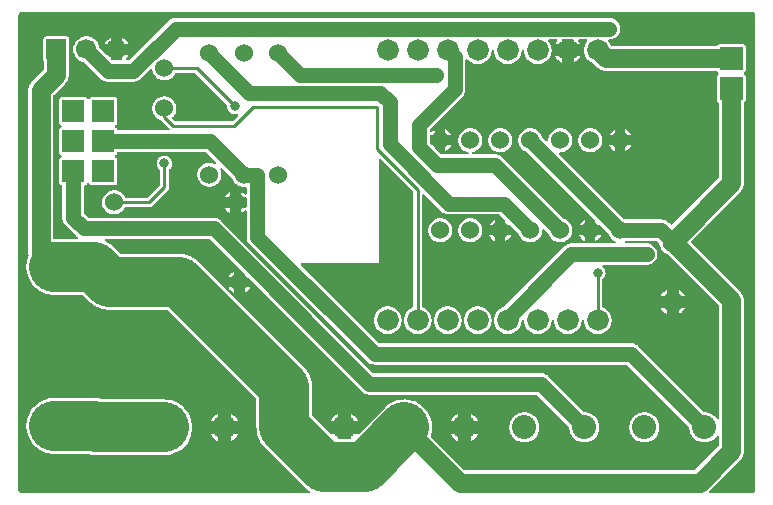
<source format=gtl>
G04 Layer: TopLayer*
G04 EasyEDA v6.5.9, 2022-07-22 15:44:18*
G04 5ff184f8cbf64bab9cd3d91aa24c5a25,4245c91a3b6e4cf7aa995480f5c7e4a3,10*
G04 Gerber Generator version 0.2*
G04 Scale: 100 percent, Rotated: No, Reflected: No *
G04 Dimensions in millimeters *
G04 leading zeros omitted , absolute positions ,4 integer and 5 decimal *
%FSLAX45Y45*%
%MOMM*%

%ADD10C,1.6000*%
%ADD11C,4.2000*%
%ADD12C,1.3000*%
%ADD13C,0.2540*%
%ADD14C,1.5240*%
%ADD15C,1.8288*%
%ADD16C,1.7000*%
%ADD17C,2.0320*%
%ADD18C,1.7780*%
%ADD19R,1.8796X1.8796*%
%ADD20C,1.0000*%
%ADD21C,0.7000*%
%ADD22C,0.8000*%
%ADD23C,2.0000*%
%ADD24C,0.0146*%

%LPD*%
G36*
X3414217Y12413081D02*
G01*
X3410407Y12414758D01*
X3407562Y12417806D01*
X3406241Y12421717D01*
X3404565Y12434976D01*
X3400907Y12449251D01*
X3395472Y12462916D01*
X3388360Y12475870D01*
X3379724Y12487757D01*
X3369614Y12498527D01*
X3358286Y12507925D01*
X3345840Y12515799D01*
X3333750Y12521488D01*
X3330651Y12523724D01*
X3328619Y12526924D01*
X3327908Y12530683D01*
X3327908Y13470940D01*
X3328670Y13474852D01*
X3330905Y13478154D01*
X3334156Y13480338D01*
X3338068Y13481100D01*
X3341979Y13480338D01*
X3345230Y13478154D01*
X3486708Y13336676D01*
X3493922Y13330174D01*
X3496106Y13328446D01*
X3504082Y13323011D01*
X3515106Y13317321D01*
X3526840Y13313206D01*
X3529482Y13312495D01*
X3541725Y13310362D01*
X3551428Y13309904D01*
X3973322Y13309904D01*
X3977233Y13309092D01*
X3980535Y13306907D01*
X4028287Y13259104D01*
X4030472Y13255802D01*
X4031234Y13251891D01*
X4031234Y13219430D01*
X4063695Y13219430D01*
X4067556Y13218668D01*
X4070858Y13216432D01*
X4142333Y13144906D01*
X4144772Y13141045D01*
X4146804Y13135101D01*
X4152950Y13122960D01*
X4160672Y13111734D01*
X4169816Y13101574D01*
X4180230Y13092785D01*
X4191711Y13085470D01*
X4204106Y13079730D01*
X4217111Y13075665D01*
X4230573Y13073430D01*
X4244187Y13072973D01*
X4257802Y13074294D01*
X4271060Y13077494D01*
X4283760Y13082371D01*
X4295749Y13088924D01*
X4306722Y13097002D01*
X4316526Y13106501D01*
X4324959Y13117220D01*
X4331919Y13128955D01*
X4337253Y13141502D01*
X4340860Y13154660D01*
X4342638Y13168172D01*
X4342638Y13174014D01*
X4343450Y13177926D01*
X4345635Y13181177D01*
X4348937Y13183412D01*
X4352798Y13184174D01*
X4356709Y13183412D01*
X4360011Y13181177D01*
X4396384Y13144855D01*
X4398772Y13140994D01*
X4400804Y13135101D01*
X4406950Y13122960D01*
X4414672Y13111734D01*
X4423816Y13101574D01*
X4434230Y13092785D01*
X4445711Y13085470D01*
X4458106Y13079730D01*
X4471111Y13075665D01*
X4484573Y13073430D01*
X4498187Y13072973D01*
X4511802Y13074294D01*
X4525060Y13077494D01*
X4537760Y13082371D01*
X4549749Y13088924D01*
X4560722Y13097002D01*
X4570526Y13106501D01*
X4578959Y13117220D01*
X4585919Y13128955D01*
X4591253Y13141502D01*
X4594860Y13154660D01*
X4596638Y13168172D01*
X4596638Y13181787D01*
X4594860Y13195300D01*
X4591253Y13208457D01*
X4585919Y13221004D01*
X4578959Y13232739D01*
X4570526Y13243458D01*
X4560722Y13252957D01*
X4549749Y13261035D01*
X4537760Y13267588D01*
X4528362Y13271195D01*
X4524806Y13273481D01*
X4008323Y13790015D01*
X4001109Y13796518D01*
X3998925Y13798245D01*
X3990949Y13803680D01*
X3979926Y13809370D01*
X3968191Y13813485D01*
X3965549Y13814196D01*
X3953306Y13816330D01*
X3943604Y13816838D01*
X3754374Y13816838D01*
X3750310Y13817701D01*
X3746906Y13820140D01*
X3744772Y13823746D01*
X3744264Y13827912D01*
X3745534Y13831874D01*
X3748278Y13835075D01*
X3752037Y13836853D01*
X3763060Y13839494D01*
X3775760Y13844371D01*
X3787749Y13850924D01*
X3798722Y13859001D01*
X3808526Y13868501D01*
X3816959Y13879220D01*
X3823919Y13890955D01*
X3829253Y13903502D01*
X3832860Y13916660D01*
X3834637Y13930172D01*
X3834637Y13943787D01*
X3832860Y13957300D01*
X3829253Y13970457D01*
X3823919Y13983004D01*
X3816959Y13994739D01*
X3808526Y14005458D01*
X3798722Y14014957D01*
X3787749Y14023035D01*
X3775760Y14029588D01*
X3763060Y14034465D01*
X3749801Y14037665D01*
X3736187Y14038986D01*
X3722573Y14038529D01*
X3709111Y14036294D01*
X3696106Y14032230D01*
X3683711Y14026489D01*
X3672230Y14019174D01*
X3661816Y14010386D01*
X3652672Y14000226D01*
X3644950Y13988999D01*
X3638804Y13976857D01*
X3634333Y13963954D01*
X3631641Y13950594D01*
X3630726Y13936980D01*
X3631641Y13923365D01*
X3634333Y13910005D01*
X3638804Y13897101D01*
X3644950Y13884960D01*
X3652672Y13873734D01*
X3661816Y13863574D01*
X3672230Y13854785D01*
X3683711Y13847470D01*
X3696106Y13841730D01*
X3709111Y13837666D01*
X3713175Y13837005D01*
X3717137Y13835380D01*
X3720134Y13832332D01*
X3721557Y13828268D01*
X3721201Y13824000D01*
X3719118Y13820292D01*
X3715664Y13817701D01*
X3711498Y13816838D01*
X3491179Y13816838D01*
X3487318Y13817600D01*
X3484016Y13819784D01*
X3437331Y13866469D01*
X3435096Y13869771D01*
X3434334Y13873632D01*
X3434334Y13892530D01*
X3415487Y13892530D01*
X3411575Y13893292D01*
X3408273Y13895527D01*
X3392576Y13911224D01*
X3390392Y13914526D01*
X3389629Y13918387D01*
X3389629Y13971269D01*
X3390392Y13975181D01*
X3392576Y13978432D01*
X3395878Y13980668D01*
X3399790Y13981430D01*
X3434334Y13981430D01*
X3434334Y14028623D01*
X3429711Y14026489D01*
X3418230Y14019174D01*
X3404057Y14007388D01*
X3400094Y14006423D01*
X3396132Y14007134D01*
X3392678Y14009268D01*
X3390392Y14012621D01*
X3389629Y14016583D01*
X3389629Y14023390D01*
X3390392Y14027251D01*
X3392576Y14030553D01*
X3664559Y14302536D01*
X3671062Y14309750D01*
X3672789Y14311934D01*
X3678224Y14319910D01*
X3683914Y14330934D01*
X3688029Y14342668D01*
X3688740Y14345310D01*
X3690874Y14357553D01*
X3691382Y14367256D01*
X3691382Y14615058D01*
X3692144Y14619020D01*
X3694429Y14622322D01*
X3697782Y14624507D01*
X3701745Y14625218D01*
X3705656Y14624354D01*
X3708908Y14622018D01*
X3716985Y14613432D01*
X3728313Y14604034D01*
X3740759Y14596160D01*
X3754120Y14589912D01*
X3768140Y14585340D01*
X3782618Y14582597D01*
X3797300Y14581632D01*
X3811981Y14582597D01*
X3826459Y14585340D01*
X3840479Y14589912D01*
X3853840Y14596160D01*
X3866286Y14604034D01*
X3877614Y14613432D01*
X3887724Y14624202D01*
X3896360Y14636089D01*
X3903472Y14649043D01*
X3908907Y14662708D01*
X3912565Y14676983D01*
X3914241Y14690242D01*
X3915562Y14694154D01*
X3918407Y14697201D01*
X3922217Y14698878D01*
X3926382Y14698878D01*
X3930192Y14697201D01*
X3933037Y14694154D01*
X3934358Y14690242D01*
X3936034Y14676983D01*
X3939692Y14662708D01*
X3945128Y14649043D01*
X3952240Y14636089D01*
X3960876Y14624202D01*
X3970985Y14613432D01*
X3982313Y14604034D01*
X3994759Y14596160D01*
X4008120Y14589912D01*
X4022140Y14585340D01*
X4036618Y14582597D01*
X4051300Y14581632D01*
X4065981Y14582597D01*
X4080459Y14585340D01*
X4094479Y14589912D01*
X4107840Y14596160D01*
X4120286Y14604034D01*
X4131614Y14613432D01*
X4141724Y14624202D01*
X4150360Y14636089D01*
X4157472Y14649043D01*
X4162907Y14662708D01*
X4166565Y14676983D01*
X4168241Y14690242D01*
X4169562Y14694154D01*
X4172407Y14697201D01*
X4176217Y14698878D01*
X4180382Y14698878D01*
X4184192Y14697201D01*
X4187037Y14694154D01*
X4188358Y14690242D01*
X4190034Y14676983D01*
X4193692Y14662708D01*
X4199128Y14649043D01*
X4206240Y14636089D01*
X4214876Y14624202D01*
X4224985Y14613432D01*
X4236313Y14604034D01*
X4248759Y14596160D01*
X4262120Y14589912D01*
X4276140Y14585340D01*
X4290618Y14582597D01*
X4305300Y14581632D01*
X4319981Y14582597D01*
X4334459Y14585340D01*
X4348480Y14589912D01*
X4361840Y14596160D01*
X4374286Y14604034D01*
X4385614Y14613432D01*
X4395724Y14624202D01*
X4404360Y14636089D01*
X4411472Y14649043D01*
X4416907Y14662708D01*
X4420565Y14676983D01*
X4422394Y14691613D01*
X4422394Y14706346D01*
X4420565Y14720976D01*
X4416907Y14735251D01*
X4411472Y14748916D01*
X4404360Y14761870D01*
X4395622Y14773859D01*
X4393539Y14777161D01*
X4392879Y14781022D01*
X4393742Y14784832D01*
X4395927Y14788032D01*
X4399229Y14790216D01*
X4403039Y14790928D01*
X4461560Y14790928D01*
X4465370Y14790216D01*
X4468672Y14788032D01*
X4470857Y14784832D01*
X4471720Y14781022D01*
X4471060Y14777161D01*
X4468876Y14773757D01*
X4460240Y14761870D01*
X4454296Y14751050D01*
X4507230Y14751050D01*
X4507230Y14780768D01*
X4507992Y14784679D01*
X4510227Y14787981D01*
X4513478Y14790166D01*
X4517390Y14790928D01*
X4601210Y14790928D01*
X4605121Y14790166D01*
X4608372Y14787981D01*
X4610608Y14784679D01*
X4611370Y14780768D01*
X4611370Y14751050D01*
X4664303Y14751050D01*
X4658360Y14761870D01*
X4649622Y14773859D01*
X4647539Y14777161D01*
X4646879Y14781022D01*
X4647742Y14784832D01*
X4649927Y14788032D01*
X4653229Y14790216D01*
X4657039Y14790928D01*
X4715560Y14790928D01*
X4719370Y14790216D01*
X4722672Y14788032D01*
X4724857Y14784832D01*
X4725720Y14781022D01*
X4725060Y14777161D01*
X4722876Y14773757D01*
X4714240Y14761870D01*
X4707128Y14748916D01*
X4701692Y14735251D01*
X4698034Y14720976D01*
X4696206Y14706346D01*
X4696206Y14691613D01*
X4698034Y14676983D01*
X4701692Y14662708D01*
X4707128Y14649043D01*
X4714240Y14636089D01*
X4722876Y14624202D01*
X4732985Y14613432D01*
X4744313Y14604034D01*
X4756759Y14596160D01*
X4770120Y14589912D01*
X4773676Y14588439D01*
X4775555Y14586966D01*
X4806746Y14555724D01*
X4817414Y14546376D01*
X4828946Y14538706D01*
X4841341Y14532559D01*
X4854498Y14528139D01*
X4868062Y14525396D01*
X4882235Y14524482D01*
X5817057Y14524482D01*
X5820410Y14523923D01*
X5823356Y14522297D01*
X5825642Y14519757D01*
X5826861Y14517776D01*
X5830976Y14513661D01*
X5833618Y14511985D01*
X5836564Y14509191D01*
X5838190Y14505432D01*
X5838190Y14501368D01*
X5836564Y14497608D01*
X5833618Y14494814D01*
X5830976Y14493138D01*
X5826861Y14489023D01*
X5823813Y14484146D01*
X5821883Y14478660D01*
X5821172Y14472361D01*
X5821172Y14280438D01*
X5821883Y14274139D01*
X5823813Y14268653D01*
X5826861Y14263776D01*
X5830976Y14259661D01*
X5832957Y14258442D01*
X5835497Y14256156D01*
X5837123Y14253210D01*
X5837682Y14249857D01*
X5837682Y13621816D01*
X5836920Y13617956D01*
X5834735Y13614654D01*
X5444896Y13224814D01*
X5441594Y13222630D01*
X5437682Y13221817D01*
X5433822Y13222630D01*
X5430520Y13224814D01*
X5416245Y13239089D01*
X5409031Y13245592D01*
X5406847Y13247319D01*
X5398871Y13252754D01*
X5387848Y13258444D01*
X5376113Y13262559D01*
X5373471Y13263270D01*
X5361228Y13265404D01*
X5351526Y13265912D01*
X5051450Y13265912D01*
X5048961Y13266216D01*
X5036362Y13271195D01*
X5032806Y13273481D01*
X4488637Y13817701D01*
X4486402Y13821054D01*
X4485690Y13824966D01*
X4486503Y13828928D01*
X4488789Y13832230D01*
X4492193Y13834363D01*
X4496155Y13835024D01*
X4498187Y13834973D01*
X4511802Y13836294D01*
X4525060Y13839494D01*
X4537760Y13844371D01*
X4549749Y13850924D01*
X4560722Y13859001D01*
X4570526Y13868501D01*
X4578959Y13879220D01*
X4585919Y13890955D01*
X4591253Y13903502D01*
X4594860Y13916660D01*
X4596638Y13930172D01*
X4596638Y13943787D01*
X4594860Y13957300D01*
X4591253Y13970457D01*
X4585919Y13983004D01*
X4578959Y13994739D01*
X4570526Y14005458D01*
X4560722Y14014957D01*
X4549749Y14023035D01*
X4537760Y14029588D01*
X4525060Y14034465D01*
X4511802Y14037665D01*
X4498187Y14038986D01*
X4484573Y14038529D01*
X4471111Y14036294D01*
X4458106Y14032230D01*
X4445711Y14026489D01*
X4434230Y14019174D01*
X4423816Y14010386D01*
X4414672Y14000226D01*
X4406950Y13988999D01*
X4400804Y13976857D01*
X4396333Y13963954D01*
X4393641Y13950594D01*
X4392726Y13937437D01*
X4391761Y13933678D01*
X4389475Y13930579D01*
X4386173Y13928598D01*
X4382363Y13927937D01*
X4378604Y13928750D01*
X4375404Y13930884D01*
X4339640Y13966698D01*
X4337456Y13969898D01*
X4331919Y13983004D01*
X4324959Y13994739D01*
X4316526Y14005458D01*
X4306722Y14014957D01*
X4295749Y14023035D01*
X4283760Y14029588D01*
X4271060Y14034465D01*
X4257802Y14037665D01*
X4244187Y14038986D01*
X4230573Y14038529D01*
X4217111Y14036294D01*
X4204106Y14032230D01*
X4191711Y14026489D01*
X4180230Y14019174D01*
X4169816Y14010386D01*
X4160672Y14000226D01*
X4152950Y13988999D01*
X4146804Y13976857D01*
X4142333Y13963954D01*
X4139641Y13950594D01*
X4138726Y13936980D01*
X4139641Y13923365D01*
X4142333Y13910005D01*
X4146804Y13897101D01*
X4152950Y13884960D01*
X4160672Y13873734D01*
X4169816Y13863574D01*
X4180230Y13854785D01*
X4191711Y13847470D01*
X4204106Y13841730D01*
X4208830Y13839951D01*
X4210761Y13838428D01*
X4790287Y13258952D01*
X4792472Y13255650D01*
X4793234Y13251738D01*
X4793234Y13219430D01*
X4825542Y13219430D01*
X4829454Y13218668D01*
X4832756Y13216432D01*
X4904384Y13144855D01*
X4906772Y13140994D01*
X4908804Y13135101D01*
X4914950Y13122960D01*
X4922672Y13111734D01*
X4931816Y13101574D01*
X4942230Y13092785D01*
X4953711Y13085470D01*
X4958842Y13083082D01*
X4962042Y13080796D01*
X4964074Y13077494D01*
X4964734Y13073634D01*
X4963871Y13069824D01*
X4961686Y13066572D01*
X4958435Y13064439D01*
X4954574Y13063728D01*
X4797348Y13063728D01*
X4793030Y13064693D01*
X4790287Y13066674D01*
X4786985Y13064490D01*
X4783074Y13063728D01*
X4714494Y13063728D01*
X4710633Y13064490D01*
X4707585Y13066521D01*
X4704435Y13064439D01*
X4700574Y13063728D01*
X4588510Y13063728D01*
X4578807Y13063219D01*
X4566564Y13061086D01*
X4563922Y13060375D01*
X4552188Y13056260D01*
X4541164Y13050570D01*
X4533188Y13045135D01*
X4531004Y13043408D01*
X4523790Y13036905D01*
X4010964Y12524079D01*
X4008120Y12522098D01*
X3994759Y12515799D01*
X3982313Y12507925D01*
X3970985Y12498527D01*
X3960876Y12487757D01*
X3952240Y12475870D01*
X3945128Y12462916D01*
X3939692Y12449251D01*
X3936034Y12434976D01*
X3934358Y12421717D01*
X3933037Y12417806D01*
X3930192Y12414758D01*
X3926382Y12413081D01*
X3922217Y12413081D01*
X3918407Y12414758D01*
X3915562Y12417806D01*
X3914241Y12421717D01*
X3912565Y12434976D01*
X3908907Y12449251D01*
X3903472Y12462916D01*
X3896360Y12475870D01*
X3887724Y12487757D01*
X3877614Y12498527D01*
X3866286Y12507925D01*
X3853840Y12515799D01*
X3840479Y12522047D01*
X3826459Y12526619D01*
X3811981Y12529362D01*
X3797300Y12530328D01*
X3782618Y12529362D01*
X3768140Y12526619D01*
X3754120Y12522047D01*
X3740759Y12515799D01*
X3728313Y12507925D01*
X3716985Y12498527D01*
X3706876Y12487757D01*
X3698240Y12475870D01*
X3691128Y12462916D01*
X3685692Y12449251D01*
X3682034Y12434976D01*
X3680358Y12421717D01*
X3679037Y12417806D01*
X3676192Y12414758D01*
X3672382Y12413081D01*
X3668217Y12413081D01*
X3664407Y12414758D01*
X3661562Y12417806D01*
X3660241Y12421717D01*
X3658565Y12434976D01*
X3654907Y12449251D01*
X3649472Y12462916D01*
X3642360Y12475870D01*
X3633724Y12487757D01*
X3623614Y12498527D01*
X3612286Y12507925D01*
X3599840Y12515799D01*
X3586479Y12522047D01*
X3572459Y12526619D01*
X3557981Y12529362D01*
X3543300Y12530328D01*
X3528618Y12529362D01*
X3514140Y12526619D01*
X3500120Y12522047D01*
X3486759Y12515799D01*
X3474313Y12507925D01*
X3462985Y12498527D01*
X3452876Y12487757D01*
X3444240Y12475870D01*
X3437128Y12462916D01*
X3431692Y12449251D01*
X3428034Y12434976D01*
X3426358Y12421717D01*
X3425037Y12417806D01*
X3422192Y12414758D01*
X3418382Y12413081D01*
G37*

%LPC*%
G36*
X4657140Y13219430D02*
G01*
X4704334Y13219430D01*
X4704334Y13266623D01*
X4699711Y13264489D01*
X4688230Y13257174D01*
X4677816Y13248386D01*
X4668672Y13238226D01*
X4660950Y13226999D01*
G37*
G36*
X3990187Y13834973D02*
G01*
X4003801Y13836294D01*
X4017060Y13839494D01*
X4029760Y13844371D01*
X4041749Y13850924D01*
X4052722Y13859001D01*
X4062526Y13868501D01*
X4070959Y13879220D01*
X4077919Y13890955D01*
X4083253Y13903502D01*
X4086860Y13916660D01*
X4088637Y13930172D01*
X4088637Y13943787D01*
X4086860Y13957300D01*
X4083253Y13970457D01*
X4077919Y13983004D01*
X4070959Y13994739D01*
X4062526Y14005458D01*
X4052722Y14014957D01*
X4041749Y14023035D01*
X4029760Y14029588D01*
X4017060Y14034465D01*
X4003801Y14037665D01*
X3990187Y14038986D01*
X3976573Y14038529D01*
X3963111Y14036294D01*
X3950106Y14032230D01*
X3937711Y14026489D01*
X3926230Y14019174D01*
X3915816Y14010386D01*
X3906672Y14000226D01*
X3898950Y13988999D01*
X3892804Y13976857D01*
X3888333Y13963954D01*
X3885641Y13950594D01*
X3884726Y13936980D01*
X3885641Y13923365D01*
X3888333Y13910005D01*
X3892804Y13897101D01*
X3898950Y13884960D01*
X3906672Y13873734D01*
X3915816Y13863574D01*
X3926230Y13854785D01*
X3937711Y13847470D01*
X3950106Y13841730D01*
X3963111Y13837666D01*
X3976573Y13835430D01*
G37*
G36*
X4611370Y14594078D02*
G01*
X4615840Y14596160D01*
X4628286Y14604034D01*
X4639614Y14613432D01*
X4649724Y14624202D01*
X4658360Y14636089D01*
X4664303Y14646910D01*
X4611370Y14646910D01*
G37*
G36*
X4507230Y14594078D02*
G01*
X4507230Y14646910D01*
X4454296Y14646910D01*
X4460240Y14636089D01*
X4468876Y14624202D01*
X4478985Y14613432D01*
X4490313Y14604034D01*
X4502759Y14596160D01*
G37*
G36*
X5047234Y13981430D02*
G01*
X5094579Y13981430D01*
X5093919Y13983004D01*
X5086959Y13994739D01*
X5078526Y14005458D01*
X5068722Y14014957D01*
X5057749Y14023035D01*
X5047234Y14028775D01*
G37*
G36*
X3523234Y13981430D02*
G01*
X3570579Y13981430D01*
X3569919Y13983004D01*
X3562959Y13994739D01*
X3554526Y14005458D01*
X3544722Y14014957D01*
X3533749Y14023035D01*
X3523234Y14028775D01*
G37*
G36*
X4911140Y13981430D02*
G01*
X4958334Y13981430D01*
X4958334Y14028623D01*
X4953711Y14026489D01*
X4942230Y14019174D01*
X4931816Y14010386D01*
X4922672Y14000226D01*
X4914950Y13988999D01*
G37*
G36*
X4958334Y13845336D02*
G01*
X4958334Y13892530D01*
X4911140Y13892530D01*
X4914950Y13884960D01*
X4922672Y13873734D01*
X4931816Y13863574D01*
X4942230Y13854785D01*
X4953711Y13847470D01*
G37*
G36*
X3523234Y13845184D02*
G01*
X3533749Y13850924D01*
X3544722Y13859001D01*
X3554526Y13868501D01*
X3562959Y13879220D01*
X3569919Y13890955D01*
X3570579Y13892530D01*
X3523234Y13892530D01*
G37*
G36*
X5047234Y13845184D02*
G01*
X5057749Y13850924D01*
X5068722Y13859001D01*
X5078526Y13868501D01*
X5086959Y13879220D01*
X5093919Y13890955D01*
X5094579Y13892530D01*
X5047234Y13892530D01*
G37*
G36*
X4752187Y13834973D02*
G01*
X4765802Y13836294D01*
X4779060Y13839494D01*
X4791760Y13844371D01*
X4803749Y13850924D01*
X4814722Y13859001D01*
X4824526Y13868501D01*
X4832959Y13879220D01*
X4839919Y13890955D01*
X4845253Y13903502D01*
X4848860Y13916660D01*
X4850638Y13930172D01*
X4850638Y13943787D01*
X4848860Y13957300D01*
X4845253Y13970457D01*
X4839919Y13983004D01*
X4832959Y13994739D01*
X4824526Y14005458D01*
X4814722Y14014957D01*
X4803749Y14023035D01*
X4791760Y14029588D01*
X4779060Y14034465D01*
X4765802Y14037665D01*
X4752187Y14038986D01*
X4738573Y14038529D01*
X4725111Y14036294D01*
X4712106Y14032230D01*
X4699711Y14026489D01*
X4688230Y14019174D01*
X4677816Y14010386D01*
X4668672Y14000226D01*
X4660950Y13988999D01*
X4654804Y13976857D01*
X4650333Y13963954D01*
X4647641Y13950594D01*
X4646726Y13936980D01*
X4647641Y13923365D01*
X4650333Y13910005D01*
X4654804Y13897101D01*
X4660950Y13884960D01*
X4668672Y13873734D01*
X4677816Y13863574D01*
X4688230Y13854785D01*
X4699711Y13847470D01*
X4712106Y13841730D01*
X4725111Y13837666D01*
X4738573Y13835430D01*
G37*
G36*
X4031234Y13083184D02*
G01*
X4041749Y13088924D01*
X4052722Y13097002D01*
X4062526Y13106501D01*
X4070959Y13117220D01*
X4077919Y13128955D01*
X4078579Y13130530D01*
X4031234Y13130530D01*
G37*
G36*
X3736187Y13072973D02*
G01*
X3749801Y13074294D01*
X3763060Y13077494D01*
X3775760Y13082371D01*
X3787749Y13088924D01*
X3798722Y13097002D01*
X3808526Y13106501D01*
X3816959Y13117220D01*
X3823919Y13128955D01*
X3829253Y13141502D01*
X3832860Y13154660D01*
X3834637Y13168172D01*
X3834637Y13181787D01*
X3832860Y13195300D01*
X3829253Y13208457D01*
X3823919Y13221004D01*
X3816959Y13232739D01*
X3808526Y13243458D01*
X3798722Y13252957D01*
X3787749Y13261035D01*
X3775760Y13267588D01*
X3763060Y13272465D01*
X3749801Y13275665D01*
X3736187Y13276986D01*
X3722573Y13276529D01*
X3709111Y13274294D01*
X3696106Y13270230D01*
X3683711Y13264489D01*
X3672230Y13257174D01*
X3661816Y13248386D01*
X3652672Y13238226D01*
X3644950Y13226999D01*
X3638804Y13214857D01*
X3634333Y13201954D01*
X3631641Y13188594D01*
X3630726Y13174980D01*
X3631641Y13161365D01*
X3634333Y13148005D01*
X3638804Y13135101D01*
X3644950Y13122960D01*
X3652672Y13111734D01*
X3661816Y13101574D01*
X3672230Y13092785D01*
X3683711Y13085470D01*
X3696106Y13079730D01*
X3709111Y13075665D01*
X3722573Y13073430D01*
G37*
G36*
X3482187Y13072973D02*
G01*
X3495801Y13074294D01*
X3509060Y13077494D01*
X3521760Y13082371D01*
X3533749Y13088924D01*
X3544722Y13097002D01*
X3554526Y13106501D01*
X3562959Y13117220D01*
X3569919Y13128955D01*
X3575253Y13141502D01*
X3578860Y13154660D01*
X3580637Y13168172D01*
X3580637Y13181787D01*
X3578860Y13195300D01*
X3575253Y13208457D01*
X3569919Y13221004D01*
X3562959Y13232739D01*
X3554526Y13243458D01*
X3544722Y13252957D01*
X3533749Y13261035D01*
X3521760Y13267588D01*
X3509060Y13272465D01*
X3495801Y13275665D01*
X3482187Y13276986D01*
X3468573Y13276529D01*
X3455111Y13274294D01*
X3442106Y13270230D01*
X3429711Y13264489D01*
X3418230Y13257174D01*
X3407816Y13248386D01*
X3398672Y13238226D01*
X3390950Y13226999D01*
X3384804Y13214857D01*
X3380333Y13201954D01*
X3377641Y13188594D01*
X3376726Y13174980D01*
X3377641Y13161365D01*
X3380333Y13148005D01*
X3384804Y13135101D01*
X3390950Y13122960D01*
X3398672Y13111734D01*
X3407816Y13101574D01*
X3418230Y13092785D01*
X3429711Y13085470D01*
X3442106Y13079730D01*
X3455111Y13075665D01*
X3468573Y13073430D01*
G37*
G36*
X3895140Y13219430D02*
G01*
X3942334Y13219430D01*
X3942334Y13266623D01*
X3937711Y13264489D01*
X3926230Y13257174D01*
X3915816Y13248386D01*
X3906672Y13238226D01*
X3898950Y13226999D01*
G37*
G36*
X3942334Y13083336D02*
G01*
X3942334Y13130530D01*
X3895140Y13130530D01*
X3898950Y13122960D01*
X3906672Y13111734D01*
X3915816Y13101574D01*
X3926230Y13092785D01*
X3937711Y13085470D01*
G37*
G36*
X4793234Y13083184D02*
G01*
X4803749Y13088924D01*
X4814722Y13097002D01*
X4824526Y13106501D01*
X4832959Y13117220D01*
X4839919Y13128955D01*
X4840579Y13130530D01*
X4793234Y13130530D01*
G37*
G36*
X4704334Y13083336D02*
G01*
X4704334Y13130530D01*
X4657140Y13130530D01*
X4660950Y13122960D01*
X4668672Y13111734D01*
X4677816Y13101574D01*
X4688230Y13092785D01*
X4699711Y13085470D01*
G37*

%LPD*%
G36*
X5826709Y11575237D02*
G01*
X5822696Y11576456D01*
X5819546Y11579098D01*
X5810402Y11590731D01*
X5799531Y11601602D01*
X5787440Y11611102D01*
X5774232Y11619077D01*
X5760212Y11625427D01*
X5745530Y11629999D01*
X5730392Y11632742D01*
X5719978Y11633403D01*
X5716422Y11634266D01*
X5713425Y11636349D01*
X5157165Y12192609D01*
X5149951Y12199112D01*
X5147767Y12200839D01*
X5139791Y12206274D01*
X5128768Y12211964D01*
X5117033Y12216079D01*
X5114391Y12216790D01*
X5102148Y12218924D01*
X5092446Y12219432D01*
X2964637Y12219432D01*
X2960776Y12220194D01*
X2957474Y12222378D01*
X2299309Y12880543D01*
X2297125Y12883794D01*
X2296363Y12887706D01*
X2297125Y12891617D01*
X2299309Y12894868D01*
X2302611Y12897104D01*
X2306523Y12897866D01*
X2958084Y12897866D01*
X2959100Y12898882D01*
X2959100Y13767663D01*
X2959862Y13771575D01*
X2962097Y13774877D01*
X2965348Y13777061D01*
X2969260Y13777823D01*
X2973171Y13777061D01*
X2976422Y13774877D01*
X3247694Y13503605D01*
X3249930Y13500303D01*
X3250692Y13496391D01*
X3250692Y12530683D01*
X3249980Y12526924D01*
X3247948Y12523724D01*
X3244850Y12521488D01*
X3232759Y12515799D01*
X3220313Y12507925D01*
X3208985Y12498527D01*
X3198876Y12487757D01*
X3190240Y12475870D01*
X3183128Y12462916D01*
X3177692Y12449251D01*
X3174034Y12434976D01*
X3172358Y12421717D01*
X3171037Y12417806D01*
X3168192Y12414758D01*
X3164382Y12413081D01*
X3160217Y12413081D01*
X3156407Y12414758D01*
X3153562Y12417806D01*
X3152241Y12421717D01*
X3150565Y12434976D01*
X3146907Y12449251D01*
X3141472Y12462916D01*
X3134360Y12475870D01*
X3125724Y12487757D01*
X3115614Y12498527D01*
X3104286Y12507925D01*
X3091840Y12515799D01*
X3078480Y12522047D01*
X3064459Y12526619D01*
X3049981Y12529362D01*
X3035300Y12530328D01*
X3020618Y12529362D01*
X3006140Y12526619D01*
X2992120Y12522047D01*
X2978759Y12515799D01*
X2966313Y12507925D01*
X2954985Y12498527D01*
X2944876Y12487757D01*
X2936240Y12475870D01*
X2929128Y12462916D01*
X2923692Y12449251D01*
X2920034Y12434976D01*
X2918206Y12420346D01*
X2918206Y12405614D01*
X2920034Y12390983D01*
X2923692Y12376708D01*
X2929128Y12363043D01*
X2936240Y12350089D01*
X2944876Y12338202D01*
X2954985Y12327432D01*
X2966313Y12318034D01*
X2978759Y12310160D01*
X2992120Y12303912D01*
X3006140Y12299340D01*
X3020618Y12296597D01*
X3035300Y12295632D01*
X3049981Y12296597D01*
X3064459Y12299340D01*
X3078480Y12303912D01*
X3091840Y12310160D01*
X3104286Y12318034D01*
X3115614Y12327432D01*
X3125724Y12338202D01*
X3134360Y12350089D01*
X3141472Y12363043D01*
X3146907Y12376708D01*
X3150565Y12390983D01*
X3152241Y12404242D01*
X3153562Y12408154D01*
X3156407Y12411202D01*
X3160217Y12412878D01*
X3164382Y12412878D01*
X3168192Y12411202D01*
X3171037Y12408154D01*
X3172358Y12404242D01*
X3174034Y12390983D01*
X3177692Y12376708D01*
X3183128Y12363043D01*
X3190240Y12350089D01*
X3198876Y12338202D01*
X3208985Y12327432D01*
X3220313Y12318034D01*
X3232759Y12310160D01*
X3246120Y12303912D01*
X3260140Y12299340D01*
X3274618Y12296597D01*
X3289300Y12295632D01*
X3303981Y12296597D01*
X3318459Y12299340D01*
X3332479Y12303912D01*
X3345840Y12310160D01*
X3358286Y12318034D01*
X3369614Y12327432D01*
X3379724Y12338202D01*
X3388360Y12350089D01*
X3395472Y12363043D01*
X3400907Y12376708D01*
X3404565Y12390983D01*
X3406241Y12404242D01*
X3407562Y12408154D01*
X3410407Y12411202D01*
X3414217Y12412878D01*
X3418382Y12412878D01*
X3422192Y12411202D01*
X3425037Y12408154D01*
X3426358Y12404242D01*
X3428034Y12390983D01*
X3431692Y12376708D01*
X3437128Y12363043D01*
X3444240Y12350089D01*
X3452876Y12338202D01*
X3462985Y12327432D01*
X3474313Y12318034D01*
X3486759Y12310160D01*
X3500120Y12303912D01*
X3514140Y12299340D01*
X3528618Y12296597D01*
X3543300Y12295632D01*
X3557981Y12296597D01*
X3572459Y12299340D01*
X3586479Y12303912D01*
X3599840Y12310160D01*
X3612286Y12318034D01*
X3623614Y12327432D01*
X3633724Y12338202D01*
X3642360Y12350089D01*
X3649472Y12363043D01*
X3654907Y12376708D01*
X3658565Y12390983D01*
X3660241Y12404242D01*
X3661562Y12408154D01*
X3664407Y12411202D01*
X3668217Y12412878D01*
X3672382Y12412878D01*
X3676192Y12411202D01*
X3679037Y12408154D01*
X3680358Y12404242D01*
X3682034Y12390983D01*
X3685692Y12376708D01*
X3691128Y12363043D01*
X3698240Y12350089D01*
X3706876Y12338202D01*
X3716985Y12327432D01*
X3728313Y12318034D01*
X3740759Y12310160D01*
X3754120Y12303912D01*
X3768140Y12299340D01*
X3782618Y12296597D01*
X3797300Y12295632D01*
X3811981Y12296597D01*
X3826459Y12299340D01*
X3840479Y12303912D01*
X3853840Y12310160D01*
X3866286Y12318034D01*
X3877614Y12327432D01*
X3887724Y12338202D01*
X3896360Y12350089D01*
X3903472Y12363043D01*
X3908907Y12376708D01*
X3912565Y12390983D01*
X3914241Y12404242D01*
X3915562Y12408154D01*
X3918407Y12411202D01*
X3922217Y12412878D01*
X3926382Y12412878D01*
X3930192Y12411202D01*
X3933037Y12408154D01*
X3934358Y12404242D01*
X3936034Y12390983D01*
X3939692Y12376708D01*
X3945128Y12363043D01*
X3952240Y12350089D01*
X3960876Y12338202D01*
X3970985Y12327432D01*
X3982313Y12318034D01*
X3994759Y12310160D01*
X4008120Y12303912D01*
X4022140Y12299340D01*
X4036618Y12296597D01*
X4051300Y12295632D01*
X4065981Y12296597D01*
X4080459Y12299340D01*
X4094479Y12303912D01*
X4107840Y12310160D01*
X4120286Y12318034D01*
X4131614Y12327432D01*
X4141724Y12338202D01*
X4150360Y12350089D01*
X4157472Y12363043D01*
X4162907Y12376708D01*
X4166565Y12390983D01*
X4168241Y12404242D01*
X4169562Y12408154D01*
X4172407Y12411202D01*
X4176217Y12412878D01*
X4180382Y12412878D01*
X4184192Y12411202D01*
X4187037Y12408154D01*
X4188358Y12404242D01*
X4190034Y12390983D01*
X4193692Y12376708D01*
X4199128Y12363043D01*
X4206240Y12350089D01*
X4214876Y12338202D01*
X4224985Y12327432D01*
X4236313Y12318034D01*
X4248759Y12310160D01*
X4262120Y12303912D01*
X4276140Y12299340D01*
X4290618Y12296597D01*
X4305300Y12295632D01*
X4319981Y12296597D01*
X4334459Y12299340D01*
X4348480Y12303912D01*
X4361840Y12310160D01*
X4374286Y12318034D01*
X4385614Y12327432D01*
X4395724Y12338202D01*
X4404360Y12350089D01*
X4411472Y12363043D01*
X4416907Y12376708D01*
X4420565Y12390983D01*
X4422241Y12404242D01*
X4423562Y12408154D01*
X4426407Y12411202D01*
X4430217Y12412878D01*
X4434382Y12412878D01*
X4438192Y12411202D01*
X4441037Y12408154D01*
X4442358Y12404242D01*
X4444034Y12390983D01*
X4447692Y12376708D01*
X4453128Y12363043D01*
X4460240Y12350089D01*
X4468876Y12338202D01*
X4478985Y12327432D01*
X4490313Y12318034D01*
X4502759Y12310160D01*
X4516120Y12303912D01*
X4530140Y12299340D01*
X4544618Y12296597D01*
X4559300Y12295632D01*
X4573981Y12296597D01*
X4588459Y12299340D01*
X4602480Y12303912D01*
X4615840Y12310160D01*
X4628286Y12318034D01*
X4639614Y12327432D01*
X4649724Y12338202D01*
X4658360Y12350089D01*
X4665472Y12363043D01*
X4670907Y12376708D01*
X4674565Y12390983D01*
X4676241Y12404242D01*
X4677562Y12408154D01*
X4680407Y12411202D01*
X4684217Y12412878D01*
X4688382Y12412878D01*
X4692192Y12411202D01*
X4695037Y12408154D01*
X4696358Y12404242D01*
X4698034Y12390983D01*
X4701692Y12376708D01*
X4707128Y12363043D01*
X4714240Y12350089D01*
X4722876Y12338202D01*
X4732985Y12327432D01*
X4744313Y12318034D01*
X4756759Y12310160D01*
X4770120Y12303912D01*
X4784140Y12299340D01*
X4798618Y12296597D01*
X4813300Y12295632D01*
X4827981Y12296597D01*
X4842459Y12299340D01*
X4856480Y12303912D01*
X4869840Y12310160D01*
X4882286Y12318034D01*
X4893614Y12327432D01*
X4903724Y12338202D01*
X4912360Y12350089D01*
X4919472Y12363043D01*
X4924907Y12376708D01*
X4928565Y12390983D01*
X4930394Y12405614D01*
X4930394Y12420346D01*
X4928565Y12434976D01*
X4924907Y12449251D01*
X4919472Y12462916D01*
X4912360Y12475870D01*
X4903724Y12487757D01*
X4893614Y12498527D01*
X4882286Y12507925D01*
X4869840Y12515799D01*
X4857750Y12521488D01*
X4854651Y12523724D01*
X4852619Y12526924D01*
X4851908Y12530683D01*
X4851908Y12756235D01*
X4852873Y12760604D01*
X4855667Y12764109D01*
X4858918Y12766802D01*
X4865979Y12774726D01*
X4871618Y12783667D01*
X4875784Y12793421D01*
X4878324Y12803733D01*
X4879187Y12814300D01*
X4878324Y12824866D01*
X4875784Y12835178D01*
X4871618Y12844932D01*
X4865979Y12853873D01*
X4858918Y12861798D01*
X4856429Y12863880D01*
X4853838Y12867081D01*
X4852720Y12871043D01*
X4853279Y12875158D01*
X4855413Y12878663D01*
X4858816Y12881051D01*
X4862830Y12881864D01*
X5226202Y12881864D01*
X5238953Y12882778D01*
X5251094Y12885267D01*
X5262778Y12889433D01*
X5273802Y12895122D01*
X5283911Y12902285D01*
X5293004Y12910769D01*
X5300827Y12920370D01*
X5307228Y12930987D01*
X5312206Y12942366D01*
X5315559Y12954304D01*
X5317236Y12966598D01*
X5317236Y12978993D01*
X5315559Y12991287D01*
X5312206Y13003225D01*
X5307228Y13014604D01*
X5300827Y13025221D01*
X5293004Y13034822D01*
X5283911Y13043306D01*
X5273802Y13050469D01*
X5262778Y13056158D01*
X5251094Y13060324D01*
X5238953Y13062813D01*
X5226202Y13063728D01*
X5051348Y13063728D01*
X5047030Y13064693D01*
X5043525Y13067385D01*
X5041544Y13071348D01*
X5041392Y13075767D01*
X5043170Y13079831D01*
X5046573Y13082828D01*
X5048961Y13083743D01*
X5051450Y13084048D01*
X5309920Y13084048D01*
X5313781Y13083286D01*
X5317083Y13081101D01*
X5332272Y13065912D01*
X5334203Y13063219D01*
X5335168Y13060019D01*
X5335524Y13056971D01*
X5339130Y13043001D01*
X5344414Y13029590D01*
X5351373Y13016941D01*
X5359857Y13005308D01*
X5369712Y12994792D01*
X5380837Y12985597D01*
X5392978Y12977876D01*
X5402935Y12973202D01*
X5405780Y12971170D01*
X5834735Y12542266D01*
X5836920Y12538964D01*
X5837682Y12535103D01*
X5837682Y11585397D01*
X5836818Y11581282D01*
X5834430Y11577929D01*
X5830824Y11575796D01*
G37*

%LPC*%
G36*
X5345480Y12621260D02*
G01*
X5397500Y12621260D01*
X5397500Y12673177D01*
X5392978Y12671044D01*
X5380837Y12663322D01*
X5369712Y12654127D01*
X5359857Y12643612D01*
X5351373Y12631978D01*
G37*
G36*
X5499100Y12621260D02*
G01*
X5551119Y12621260D01*
X5545226Y12631978D01*
X5536742Y12643612D01*
X5526887Y12654127D01*
X5515762Y12663322D01*
X5503621Y12671044D01*
X5499100Y12673177D01*
G37*
G36*
X5499100Y12467742D02*
G01*
X5503621Y12469876D01*
X5515762Y12477597D01*
X5526887Y12486792D01*
X5536742Y12497308D01*
X5545226Y12508941D01*
X5551119Y12519660D01*
X5499100Y12519660D01*
G37*
G36*
X5397500Y12467742D02*
G01*
X5397500Y12519660D01*
X5345480Y12519660D01*
X5351373Y12508941D01*
X5359857Y12497308D01*
X5369712Y12486792D01*
X5380837Y12477597D01*
X5392978Y12469876D01*
G37*

%LPD*%
G36*
X3690924Y11144250D02*
G01*
X3687064Y11145012D01*
X3683762Y11147196D01*
X3403092Y11427866D01*
X3401060Y11430863D01*
X3400145Y11434368D01*
X3400551Y11437975D01*
X3403803Y11448745D01*
X3408019Y11469471D01*
X3410356Y11490502D01*
X3410813Y11511686D01*
X3409391Y11532768D01*
X3406089Y11553698D01*
X3400856Y11574221D01*
X3393897Y11594185D01*
X3385108Y11613438D01*
X3374644Y11631879D01*
X3362553Y11649252D01*
X3348990Y11665508D01*
X3334004Y11680444D01*
X3317748Y11694007D01*
X3300374Y11706047D01*
X3281934Y11716461D01*
X3262680Y11725198D01*
X3242665Y11732158D01*
X3222142Y11737340D01*
X3201212Y11740642D01*
X3180130Y11742064D01*
X3158947Y11741556D01*
X3137916Y11739168D01*
X3117189Y11734901D01*
X3096920Y11728805D01*
X3077260Y11720880D01*
X3058414Y11711279D01*
X3040532Y11700002D01*
X3023666Y11687149D01*
X3007918Y11672722D01*
X2787548Y11452047D01*
X2784246Y11449812D01*
X2780334Y11449050D01*
X2724150Y11449050D01*
X2724150Y11414709D01*
X2723388Y11410797D01*
X2721152Y11407495D01*
X2717901Y11405311D01*
X2713990Y11404549D01*
X2620010Y11404549D01*
X2616098Y11405311D01*
X2612847Y11407495D01*
X2610612Y11410797D01*
X2609850Y11414709D01*
X2609850Y11449050D01*
X2553970Y11449050D01*
X2550109Y11449812D01*
X2546807Y11452047D01*
X2397861Y11600942D01*
X2395677Y11604244D01*
X2394915Y11608104D01*
X2394915Y11849404D01*
X2394356Y11865660D01*
X2393950Y11870588D01*
X2391968Y11886692D01*
X2391156Y11891568D01*
X2387701Y11907418D01*
X2386431Y11912193D01*
X2381605Y11927687D01*
X2379929Y11932361D01*
X2376678Y11939879D01*
X2373731Y11947347D01*
X2371598Y11951817D01*
X2364079Y11966194D01*
X2361590Y11970461D01*
X2352802Y11984075D01*
X2349957Y11988139D01*
X2340000Y12000941D01*
X2336749Y12004700D01*
X2325674Y12016587D01*
X1437487Y12904774D01*
X1425600Y12915849D01*
X1421841Y12919100D01*
X1409039Y12929057D01*
X1404975Y12931902D01*
X1391361Y12940690D01*
X1387094Y12943179D01*
X1372717Y12950698D01*
X1368247Y12952831D01*
X1353261Y12959029D01*
X1348587Y12960705D01*
X1333093Y12965531D01*
X1328318Y12966801D01*
X1312468Y12970256D01*
X1307592Y12971068D01*
X1291488Y12973050D01*
X1286560Y12973456D01*
X1270304Y12974015D01*
X780084Y12974015D01*
X776224Y12974777D01*
X772922Y12976961D01*
X718159Y13031774D01*
X706272Y13042849D01*
X702513Y13046100D01*
X689711Y13056057D01*
X685647Y13058902D01*
X672033Y13067690D01*
X667766Y13070179D01*
X653491Y13077647D01*
X645617Y13081152D01*
X642416Y13083387D01*
X640283Y13086689D01*
X639572Y13090550D01*
X640384Y13094411D01*
X642620Y13097662D01*
X645871Y13099846D01*
X649732Y13100558D01*
X1519986Y13100558D01*
X1523847Y13099796D01*
X1527149Y13097611D01*
X1819859Y12804902D01*
X1822043Y12801600D01*
X1822805Y12797739D01*
X1822805Y12782550D01*
X1837994Y12782550D01*
X1841906Y12781788D01*
X1845208Y12779552D01*
X2814370Y11810390D01*
X2821584Y11803888D01*
X2823768Y11802160D01*
X2831744Y11796725D01*
X2842768Y11791035D01*
X2854502Y11786920D01*
X2857144Y11786209D01*
X2869387Y11784076D01*
X2879090Y11783568D01*
X4288840Y11783568D01*
X4292701Y11782806D01*
X4296003Y11780621D01*
X4568850Y11507774D01*
X4570933Y11504777D01*
X4571796Y11501221D01*
X4572457Y11490807D01*
X4575200Y11475669D01*
X4579772Y11460988D01*
X4586122Y11446967D01*
X4594098Y11433759D01*
X4603597Y11421668D01*
X4614468Y11410797D01*
X4626559Y11401298D01*
X4639767Y11393322D01*
X4653788Y11386972D01*
X4668469Y11382400D01*
X4683607Y11379657D01*
X4699000Y11378692D01*
X4714392Y11379657D01*
X4729530Y11382400D01*
X4744212Y11386972D01*
X4758232Y11393322D01*
X4771440Y11401298D01*
X4783531Y11410797D01*
X4794402Y11421668D01*
X4803902Y11433759D01*
X4811877Y11446967D01*
X4818227Y11460988D01*
X4822799Y11475669D01*
X4825542Y11490807D01*
X4826508Y11506200D01*
X4825542Y11521592D01*
X4822799Y11536730D01*
X4818227Y11551412D01*
X4811877Y11565432D01*
X4803902Y11578640D01*
X4794402Y11590731D01*
X4783531Y11601602D01*
X4771440Y11611102D01*
X4758232Y11619077D01*
X4744212Y11625427D01*
X4729530Y11629999D01*
X4714392Y11632742D01*
X4703978Y11633403D01*
X4700422Y11634266D01*
X4697425Y11636349D01*
X4395165Y11938609D01*
X4387951Y11945112D01*
X4385767Y11946839D01*
X4377791Y11952274D01*
X4366768Y11957964D01*
X4355033Y11962079D01*
X4352391Y11962790D01*
X4340148Y11964924D01*
X4330446Y11965432D01*
X2920695Y11965432D01*
X2916834Y11966194D01*
X2913532Y11968378D01*
X1626311Y13255599D01*
X1619097Y13262101D01*
X1616913Y13263829D01*
X1608937Y13269264D01*
X1597914Y13274954D01*
X1586179Y13279069D01*
X1583537Y13279780D01*
X1571294Y13281913D01*
X1561592Y13282422D01*
X502869Y13282422D01*
X499008Y13283184D01*
X495706Y13285368D01*
X464972Y13316102D01*
X462788Y13319404D01*
X462026Y13323265D01*
X462026Y13546785D01*
X462635Y13550341D01*
X464566Y13553490D01*
X467410Y13555726D01*
X476351Y13558774D01*
X481279Y13561822D01*
X485343Y13565936D01*
X490728Y13574776D01*
X494131Y13577214D01*
X498195Y13578027D01*
X502259Y13577214D01*
X505612Y13574776D01*
X510997Y13565936D01*
X515061Y13561822D01*
X519988Y13558774D01*
X525424Y13556843D01*
X531774Y13556132D01*
X718566Y13556132D01*
X724916Y13556843D01*
X730351Y13558774D01*
X735279Y13561822D01*
X739343Y13565936D01*
X742442Y13570813D01*
X744372Y13576300D01*
X745083Y13582599D01*
X745083Y13769441D01*
X744372Y13775740D01*
X742442Y13781227D01*
X739343Y13786104D01*
X735279Y13790218D01*
X726389Y13795552D01*
X724001Y13798956D01*
X723138Y13803020D01*
X724001Y13807084D01*
X726389Y13810488D01*
X735279Y13815822D01*
X739343Y13819936D01*
X742442Y13824813D01*
X745439Y13833805D01*
X747725Y13836650D01*
X750824Y13838529D01*
X754430Y13839190D01*
X1489608Y13839190D01*
X1493520Y13838428D01*
X1496771Y13836243D01*
X1578914Y13754100D01*
X1581099Y13750798D01*
X1581861Y13746886D01*
X1581099Y13743025D01*
X1578864Y13739723D01*
X1575562Y13737539D01*
X1571650Y13736777D01*
X1567738Y13737590D01*
X1557477Y13741958D01*
X1544320Y13745514D01*
X1530807Y13747343D01*
X1517192Y13747343D01*
X1503680Y13745514D01*
X1490522Y13741958D01*
X1477975Y13736624D01*
X1466240Y13729665D01*
X1455521Y13721232D01*
X1446022Y13711428D01*
X1437944Y13700455D01*
X1431391Y13688466D01*
X1426514Y13675766D01*
X1423314Y13662456D01*
X1421993Y13648893D01*
X1422450Y13635278D01*
X1424686Y13621816D01*
X1428750Y13608812D01*
X1434490Y13596416D01*
X1441805Y13584936D01*
X1450594Y13574522D01*
X1460754Y13565378D01*
X1471980Y13557656D01*
X1484122Y13551509D01*
X1497025Y13547039D01*
X1510385Y13544346D01*
X1524000Y13543432D01*
X1537614Y13544346D01*
X1550974Y13547039D01*
X1563878Y13551509D01*
X1576019Y13557656D01*
X1587246Y13565378D01*
X1597406Y13574522D01*
X1606194Y13584936D01*
X1613509Y13596416D01*
X1619250Y13608812D01*
X1623314Y13621816D01*
X1625549Y13635278D01*
X1626006Y13648893D01*
X1624685Y13662456D01*
X1621485Y13675715D01*
X1616303Y13689228D01*
X1615592Y13693089D01*
X1616456Y13696950D01*
X1618691Y13700201D01*
X1621942Y13702334D01*
X1625854Y13703046D01*
X1629664Y13702284D01*
X1632966Y13700099D01*
X1717548Y13615466D01*
X1719072Y13613536D01*
X1720850Y13608812D01*
X1726590Y13596416D01*
X1733905Y13584936D01*
X1742693Y13574522D01*
X1752854Y13565378D01*
X1764080Y13557656D01*
X1776222Y13551509D01*
X1789125Y13547039D01*
X1802485Y13544346D01*
X1816100Y13543432D01*
X1828647Y13544245D01*
X1832762Y13543686D01*
X1836267Y13541552D01*
X1838655Y13538149D01*
X1839468Y13534136D01*
X1839468Y13487298D01*
X1838706Y13483437D01*
X1836572Y13480186D01*
X1833321Y13477951D01*
X1829460Y13477138D01*
X1825599Y13477849D01*
X1822246Y13480034D01*
X1812798Y13489178D01*
X1801825Y13497255D01*
X1791360Y13502995D01*
X1791360Y13455650D01*
X1829307Y13455650D01*
X1833219Y13454888D01*
X1836521Y13452652D01*
X1838706Y13449401D01*
X1839468Y13445490D01*
X1839468Y13376910D01*
X1838706Y13372998D01*
X1836521Y13369747D01*
X1833219Y13367512D01*
X1829307Y13366750D01*
X1791360Y13366750D01*
X1791360Y13319404D01*
X1801825Y13325144D01*
X1812798Y13333222D01*
X1822246Y13342366D01*
X1825599Y13344550D01*
X1829460Y13345261D01*
X1833321Y13344448D01*
X1836572Y13342213D01*
X1838706Y13338962D01*
X1839468Y13335101D01*
X1839468Y13121132D01*
X1839975Y13111429D01*
X1842109Y13099186D01*
X1842820Y13096544D01*
X1846935Y13084810D01*
X1852625Y13073786D01*
X1858060Y13065810D01*
X1859788Y13063626D01*
X1866290Y13056412D01*
X2858312Y12064390D01*
X2865526Y12057888D01*
X2867710Y12056160D01*
X2875686Y12050725D01*
X2886710Y12045035D01*
X2898444Y12040920D01*
X2901086Y12040209D01*
X2913329Y12038076D01*
X2923032Y12037568D01*
X5050840Y12037568D01*
X5054701Y12036806D01*
X5058003Y12034621D01*
X5584850Y11507774D01*
X5586933Y11504777D01*
X5587796Y11501221D01*
X5588457Y11490807D01*
X5591200Y11475669D01*
X5595772Y11460988D01*
X5602122Y11446967D01*
X5610098Y11433759D01*
X5619597Y11421668D01*
X5630468Y11410797D01*
X5642559Y11401298D01*
X5655767Y11393322D01*
X5669788Y11386972D01*
X5684469Y11382400D01*
X5699607Y11379657D01*
X5715000Y11378692D01*
X5730392Y11379657D01*
X5745530Y11382400D01*
X5760212Y11386972D01*
X5774232Y11393322D01*
X5787440Y11401298D01*
X5799531Y11410797D01*
X5810402Y11421668D01*
X5819546Y11433302D01*
X5822696Y11435943D01*
X5826709Y11437162D01*
X5830824Y11436604D01*
X5834430Y11434470D01*
X5836818Y11431117D01*
X5837682Y11427002D01*
X5837682Y11351056D01*
X5836920Y11347196D01*
X5834735Y11343894D01*
X5638038Y11147196D01*
X5634736Y11145012D01*
X5630875Y11144250D01*
G37*

%LPC*%
G36*
X3625850Y11392357D02*
G01*
X3625850Y11449050D01*
X3569157Y11449050D01*
X3570122Y11446967D01*
X3578098Y11433759D01*
X3587597Y11421668D01*
X3598468Y11410797D01*
X3610559Y11401298D01*
X3623767Y11393322D01*
G37*
G36*
X720293Y13309193D02*
G01*
X733856Y13310514D01*
X747166Y13313714D01*
X759866Y13318591D01*
X771855Y13325144D01*
X782828Y13333222D01*
X792632Y13342721D01*
X801065Y13353440D01*
X810768Y13369645D01*
X814019Y13371830D01*
X817880Y13372592D01*
X1015492Y13372592D01*
X1023518Y13373404D01*
X1030732Y13375589D01*
X1037437Y13379145D01*
X1043635Y13384276D01*
X1169924Y13510564D01*
X1175054Y13516762D01*
X1178610Y13523468D01*
X1180795Y13530681D01*
X1181608Y13538707D01*
X1181608Y13683335D01*
X1182573Y13687704D01*
X1185367Y13691209D01*
X1188618Y13693901D01*
X1195679Y13701826D01*
X1201318Y13710767D01*
X1205484Y13720521D01*
X1208024Y13730833D01*
X1208887Y13741400D01*
X1208024Y13751966D01*
X1205484Y13762278D01*
X1201318Y13772032D01*
X1195679Y13780973D01*
X1188618Y13788898D01*
X1180439Y13795603D01*
X1171244Y13800937D01*
X1161338Y13804696D01*
X1150924Y13806779D01*
X1140358Y13807236D01*
X1129842Y13805966D01*
X1119632Y13802969D01*
X1110081Y13798448D01*
X1101344Y13792403D01*
X1093673Y13785088D01*
X1087323Y13776604D01*
X1082395Y13767206D01*
X1079042Y13757148D01*
X1077315Y13746683D01*
X1077315Y13736116D01*
X1079042Y13725651D01*
X1082395Y13715593D01*
X1087323Y13706195D01*
X1093673Y13697712D01*
X1101293Y13690447D01*
X1103579Y13687094D01*
X1104392Y13683132D01*
X1104392Y13558418D01*
X1103630Y13554506D01*
X1101394Y13551204D01*
X1002995Y13452805D01*
X999693Y13450569D01*
X995781Y13449807D01*
X817880Y13449807D01*
X814019Y13450569D01*
X810768Y13452754D01*
X801065Y13468959D01*
X792632Y13479678D01*
X782828Y13489178D01*
X771855Y13497255D01*
X759866Y13503808D01*
X747166Y13508685D01*
X733856Y13511885D01*
X720293Y13513206D01*
X706678Y13512749D01*
X693216Y13510513D01*
X680212Y13506450D01*
X667816Y13500709D01*
X656336Y13493394D01*
X645922Y13484606D01*
X636778Y13474446D01*
X629056Y13463219D01*
X622909Y13451078D01*
X618439Y13438174D01*
X615746Y13424814D01*
X614832Y13411200D01*
X615746Y13397585D01*
X618439Y13384225D01*
X622909Y13371322D01*
X629056Y13359180D01*
X636778Y13347954D01*
X645922Y13337794D01*
X656336Y13329005D01*
X667816Y13321690D01*
X680212Y13315950D01*
X693216Y13311886D01*
X706678Y13309650D01*
G37*
G36*
X4191000Y11378692D02*
G01*
X4206392Y11379657D01*
X4221530Y11382400D01*
X4236212Y11386972D01*
X4250232Y11393322D01*
X4263440Y11401298D01*
X4275531Y11410797D01*
X4286402Y11421668D01*
X4295902Y11433759D01*
X4303877Y11446967D01*
X4310227Y11460988D01*
X4314799Y11475669D01*
X4317542Y11490807D01*
X4318508Y11506200D01*
X4317542Y11521592D01*
X4314799Y11536730D01*
X4310227Y11551412D01*
X4303877Y11565432D01*
X4295902Y11578640D01*
X4286402Y11590731D01*
X4275531Y11601602D01*
X4263440Y11611102D01*
X4250232Y11619077D01*
X4236212Y11625427D01*
X4221530Y11629999D01*
X4206392Y11632742D01*
X4191000Y11633708D01*
X4175607Y11632742D01*
X4160469Y11629999D01*
X4145787Y11625427D01*
X4131767Y11619077D01*
X4118559Y11611102D01*
X4106468Y11601602D01*
X4095597Y11590731D01*
X4086098Y11578640D01*
X4078122Y11565432D01*
X4071772Y11551412D01*
X4067200Y11536730D01*
X4064457Y11521592D01*
X4063492Y11506200D01*
X4064457Y11490807D01*
X4067200Y11475669D01*
X4071772Y11460988D01*
X4078122Y11446967D01*
X4086098Y11433759D01*
X4095597Y11421668D01*
X4106468Y11410797D01*
X4118559Y11401298D01*
X4131767Y11393322D01*
X4145787Y11386972D01*
X4160469Y11382400D01*
X4175607Y11379657D01*
G37*
G36*
X5207000Y11378692D02*
G01*
X5222392Y11379657D01*
X5237530Y11382400D01*
X5252212Y11386972D01*
X5266232Y11393322D01*
X5279440Y11401298D01*
X5291531Y11410797D01*
X5302402Y11421668D01*
X5311902Y11433759D01*
X5319877Y11446967D01*
X5326227Y11460988D01*
X5330799Y11475669D01*
X5333542Y11490807D01*
X5334508Y11506200D01*
X5333542Y11521592D01*
X5330799Y11536730D01*
X5326227Y11551412D01*
X5319877Y11565432D01*
X5311902Y11578640D01*
X5302402Y11590731D01*
X5291531Y11601602D01*
X5279440Y11611102D01*
X5266232Y11619077D01*
X5252212Y11625427D01*
X5237530Y11629999D01*
X5222392Y11632742D01*
X5207000Y11633708D01*
X5191607Y11632742D01*
X5176469Y11629999D01*
X5161788Y11625427D01*
X5147767Y11619077D01*
X5134559Y11611102D01*
X5122468Y11601602D01*
X5111597Y11590731D01*
X5102098Y11578640D01*
X5094122Y11565432D01*
X5087772Y11551412D01*
X5083200Y11536730D01*
X5080457Y11521592D01*
X5079492Y11506200D01*
X5080457Y11490807D01*
X5083200Y11475669D01*
X5087772Y11460988D01*
X5094122Y11446967D01*
X5102098Y11433759D01*
X5111597Y11421668D01*
X5122468Y11410797D01*
X5134559Y11401298D01*
X5147767Y11393322D01*
X5161788Y11386972D01*
X5176469Y11382400D01*
X5191607Y11379657D01*
G37*
G36*
X3740150Y11563350D02*
G01*
X3796842Y11563350D01*
X3795877Y11565432D01*
X3787901Y11578640D01*
X3778402Y11590731D01*
X3767531Y11601602D01*
X3755440Y11611102D01*
X3742232Y11619077D01*
X3740150Y11620042D01*
G37*
G36*
X2553157Y11563350D02*
G01*
X2609850Y11563350D01*
X2609850Y11620042D01*
X2607767Y11619077D01*
X2594559Y11611102D01*
X2582468Y11601602D01*
X2571597Y11590731D01*
X2562098Y11578640D01*
X2554122Y11565432D01*
G37*
G36*
X2724150Y11563350D02*
G01*
X2780842Y11563350D01*
X2779877Y11565432D01*
X2771902Y11578640D01*
X2762402Y11590731D01*
X2751531Y11601602D01*
X2739440Y11611102D01*
X2726232Y11619077D01*
X2724150Y11620042D01*
G37*
G36*
X3569157Y11563350D02*
G01*
X3625850Y11563350D01*
X3625850Y11620042D01*
X3623767Y11619077D01*
X3610559Y11611102D01*
X3598468Y11601602D01*
X3587597Y11590731D01*
X3578098Y11578640D01*
X3570122Y11565432D01*
G37*
G36*
X1686610Y12782550D02*
G01*
X1733905Y12782550D01*
X1733905Y12829895D01*
X1723440Y12824155D01*
X1712468Y12816078D01*
X1702663Y12806578D01*
X1694230Y12795859D01*
X1687271Y12784124D01*
G37*
G36*
X3740150Y11392357D02*
G01*
X3742232Y11393322D01*
X3755440Y11401298D01*
X3767531Y11410797D01*
X3778402Y11421668D01*
X3787901Y11433759D01*
X3795877Y11446967D01*
X3796842Y11449050D01*
X3740150Y11449050D01*
G37*
G36*
X1655216Y13455650D02*
G01*
X1702460Y13455650D01*
X1702460Y13502843D01*
X1697837Y13500709D01*
X1686356Y13493394D01*
X1675942Y13484606D01*
X1666798Y13474446D01*
X1659077Y13463219D01*
G37*
G36*
X1822805Y12646456D02*
G01*
X1827428Y12648590D01*
X1838909Y12655905D01*
X1849323Y12664694D01*
X1858518Y12674854D01*
X1866188Y12686080D01*
X1870049Y12693650D01*
X1822805Y12693650D01*
G37*
G36*
X1733905Y12646304D02*
G01*
X1733905Y12693650D01*
X1686610Y12693650D01*
X1687271Y12692075D01*
X1694230Y12680340D01*
X1702663Y12669621D01*
X1712468Y12660122D01*
X1723440Y12652044D01*
G37*
G36*
X1702460Y13319556D02*
G01*
X1702460Y13366750D01*
X1655216Y13366750D01*
X1659077Y13359180D01*
X1666798Y13347954D01*
X1675942Y13337794D01*
X1686356Y13329005D01*
X1697837Y13321690D01*
G37*

%LPD*%
G36*
X-66395Y10950397D02*
G01*
X-73710Y10951260D01*
X-78181Y10952835D01*
X-82194Y10955223D01*
X-85699Y10958322D01*
X-88493Y10962081D01*
X-90525Y10966297D01*
X-91694Y10970818D01*
X-92202Y10976203D01*
X-92202Y14997785D01*
X-91338Y15005151D01*
X-89763Y15009571D01*
X-87376Y15013584D01*
X-84277Y15017089D01*
X-80518Y15019883D01*
X-76301Y15021915D01*
X-71780Y15023134D01*
X-66395Y15023592D01*
X6120485Y15023592D01*
X6127851Y15022728D01*
X6132271Y15021153D01*
X6136284Y15018816D01*
X6139789Y15015667D01*
X6142583Y15011958D01*
X6144615Y15007691D01*
X6145834Y15003170D01*
X6146292Y14997785D01*
X6146292Y10976203D01*
X6145428Y10968888D01*
X6143853Y10964418D01*
X6141516Y10960404D01*
X6138367Y10956899D01*
X6134658Y10954105D01*
X6130391Y10952073D01*
X6125870Y10950905D01*
X6120485Y10950397D01*
X5765292Y10950397D01*
X5761431Y10951159D01*
X5758129Y10953394D01*
X5755944Y10956696D01*
X5755132Y10960557D01*
X5755944Y10964468D01*
X5758129Y10967770D01*
X6018276Y11227866D01*
X6027623Y11238534D01*
X6035294Y11250066D01*
X6041440Y11262461D01*
X6045860Y11275618D01*
X6048603Y11289182D01*
X6049518Y11303355D01*
X6049518Y12582804D01*
X6048603Y12596977D01*
X6045860Y12610541D01*
X6041440Y12623698D01*
X6035294Y12636093D01*
X6027623Y12647625D01*
X6018276Y12658293D01*
X5605272Y13071297D01*
X5603036Y13074548D01*
X5602274Y13078460D01*
X5603036Y13082371D01*
X5605272Y13085622D01*
X6018276Y13498626D01*
X6027623Y13509294D01*
X6035294Y13520826D01*
X6041440Y13533221D01*
X6045860Y13546378D01*
X6048603Y13559942D01*
X6049518Y13574115D01*
X6049518Y14249857D01*
X6050076Y14253210D01*
X6051702Y14256156D01*
X6054242Y14258442D01*
X6056223Y14259661D01*
X6060338Y14263776D01*
X6063386Y14268653D01*
X6065316Y14274139D01*
X6066028Y14280438D01*
X6066028Y14472361D01*
X6065316Y14478660D01*
X6063386Y14484146D01*
X6060338Y14489023D01*
X6056223Y14493138D01*
X6053582Y14494814D01*
X6050635Y14497608D01*
X6049010Y14501368D01*
X6049010Y14505432D01*
X6050635Y14509191D01*
X6053582Y14511985D01*
X6056223Y14513661D01*
X6060338Y14517776D01*
X6063386Y14522653D01*
X6065316Y14528139D01*
X6066028Y14534438D01*
X6066028Y14726361D01*
X6065316Y14732660D01*
X6063386Y14738146D01*
X6060338Y14743023D01*
X6056223Y14747138D01*
X6051346Y14750186D01*
X6045860Y14752116D01*
X6039561Y14752828D01*
X5847638Y14752828D01*
X5841339Y14752116D01*
X5835853Y14750186D01*
X5830976Y14747138D01*
X5826861Y14743023D01*
X5825642Y14741042D01*
X5823356Y14738502D01*
X5820410Y14736876D01*
X5817057Y14736318D01*
X4931359Y14736318D01*
X4927447Y14737080D01*
X4924094Y14739366D01*
X4921910Y14742718D01*
X4919472Y14748916D01*
X4912360Y14761870D01*
X4903317Y14774265D01*
X4901742Y14777567D01*
X4901438Y14781174D01*
X4902403Y14784679D01*
X4905095Y14788184D01*
X4908042Y14790115D01*
X4911394Y14790928D01*
X4924501Y14791842D01*
X4936642Y14794331D01*
X4948326Y14798497D01*
X4959350Y14804186D01*
X4969459Y14811349D01*
X4978552Y14819833D01*
X4986375Y14829434D01*
X4992827Y14840051D01*
X4997754Y14851430D01*
X5001107Y14863368D01*
X5002784Y14875662D01*
X5002784Y14888057D01*
X5001107Y14900351D01*
X4997754Y14912289D01*
X4992827Y14923668D01*
X4986375Y14934285D01*
X4978552Y14943886D01*
X4969459Y14952370D01*
X4959350Y14959533D01*
X4948326Y14965222D01*
X4936642Y14969388D01*
X4924501Y14971877D01*
X4911750Y14972741D01*
X1238758Y14972741D01*
X1229055Y14972284D01*
X1216812Y14970150D01*
X1214170Y14969439D01*
X1202436Y14965324D01*
X1191412Y14959634D01*
X1183436Y14954199D01*
X1181252Y14952472D01*
X1174038Y14945969D01*
X844397Y14616328D01*
X841095Y14614144D01*
X837234Y14613382D01*
X824534Y14613382D01*
X820775Y14614093D01*
X817575Y14616125D01*
X815340Y14619274D01*
X814374Y14622983D01*
X814933Y14626793D01*
X816813Y14630095D01*
X825449Y14640255D01*
X833221Y14652193D01*
X835914Y14657730D01*
X785469Y14657730D01*
X785469Y14623542D01*
X784656Y14619630D01*
X782472Y14616328D01*
X779170Y14614144D01*
X775309Y14613382D01*
X708609Y14613382D01*
X704748Y14614144D01*
X701446Y14616328D01*
X690727Y14627047D01*
X688543Y14630349D01*
X687730Y14634210D01*
X687730Y14657730D01*
X664210Y14657730D01*
X660349Y14658543D01*
X657047Y14660727D01*
X593699Y14724075D01*
X591921Y14726462D01*
X590905Y14729307D01*
X589838Y14734743D01*
X585368Y14748205D01*
X579221Y14761006D01*
X571449Y14772944D01*
X562254Y14783765D01*
X551738Y14793315D01*
X540105Y14801443D01*
X527507Y14807996D01*
X514146Y14812924D01*
X500278Y14816074D01*
X486156Y14817445D01*
X471932Y14816988D01*
X457911Y14814702D01*
X444296Y14810638D01*
X431292Y14804898D01*
X419150Y14797532D01*
X408025Y14788692D01*
X398170Y14778482D01*
X389686Y14767102D01*
X382676Y14754707D01*
X377342Y14741550D01*
X373735Y14727783D01*
X371957Y14713712D01*
X371957Y14699488D01*
X373735Y14685416D01*
X377342Y14671649D01*
X382676Y14658492D01*
X389686Y14646097D01*
X398170Y14634718D01*
X408025Y14624507D01*
X419150Y14615668D01*
X431292Y14608301D01*
X444296Y14602510D01*
X462737Y14597227D01*
X465277Y14595348D01*
X602284Y14458340D01*
X609498Y14451838D01*
X611682Y14450110D01*
X619658Y14444675D01*
X630682Y14438985D01*
X642416Y14434870D01*
X645058Y14434159D01*
X657301Y14432026D01*
X667004Y14431518D01*
X878840Y14431518D01*
X888542Y14432026D01*
X900785Y14434159D01*
X903427Y14434870D01*
X915162Y14438985D01*
X926185Y14444675D01*
X934161Y14450110D01*
X936345Y14451838D01*
X943559Y14458340D01*
X1024585Y14539417D01*
X1028344Y14541754D01*
X1032713Y14542312D01*
X1036929Y14540992D01*
X1040130Y14537994D01*
X1041806Y14533930D01*
X1043686Y14522754D01*
X1047750Y14509699D01*
X1053490Y14497354D01*
X1060805Y14485823D01*
X1069594Y14475409D01*
X1079754Y14466265D01*
X1090980Y14458543D01*
X1103122Y14452396D01*
X1116025Y14447926D01*
X1129385Y14445234D01*
X1143000Y14444319D01*
X1156614Y14445234D01*
X1169974Y14447926D01*
X1182878Y14452396D01*
X1195019Y14458543D01*
X1206246Y14466265D01*
X1216406Y14475409D01*
X1225194Y14485823D01*
X1232509Y14497354D01*
X1234643Y14501926D01*
X1236878Y14505025D01*
X1240078Y14507057D01*
X1243838Y14507768D01*
X1397304Y14507768D01*
X1401165Y14507006D01*
X1404467Y14504822D01*
X1671370Y14237919D01*
X1673606Y14234617D01*
X1674317Y14230654D01*
X1674266Y14218666D01*
X1675942Y14208251D01*
X1679295Y14198193D01*
X1684223Y14188795D01*
X1690573Y14180312D01*
X1698243Y14172996D01*
X1706981Y14166951D01*
X1716532Y14162430D01*
X1726742Y14159433D01*
X1737258Y14158163D01*
X1747824Y14158620D01*
X1754733Y14159992D01*
X1759000Y14159941D01*
X1762912Y14158112D01*
X1765706Y14154861D01*
X1766874Y14150746D01*
X1766265Y14146479D01*
X1763928Y14142872D01*
X1721561Y14100505D01*
X1718259Y14098269D01*
X1714347Y14097507D01*
X1239418Y14097507D01*
X1235506Y14098269D01*
X1232204Y14100505D01*
X1213916Y14118793D01*
X1211630Y14122196D01*
X1210919Y14126260D01*
X1211834Y14130223D01*
X1214272Y14133525D01*
X1216406Y14135404D01*
X1225194Y14145818D01*
X1232509Y14157350D01*
X1238250Y14169694D01*
X1242314Y14182750D01*
X1244549Y14196161D01*
X1245006Y14209826D01*
X1243685Y14223390D01*
X1240485Y14236649D01*
X1235608Y14249349D01*
X1229055Y14261338D01*
X1220978Y14272310D01*
X1211478Y14282115D01*
X1200759Y14290548D01*
X1189024Y14297507D01*
X1176477Y14302841D01*
X1163320Y14306448D01*
X1149807Y14308277D01*
X1136192Y14308277D01*
X1122680Y14306448D01*
X1109522Y14302841D01*
X1096975Y14297507D01*
X1085240Y14290548D01*
X1074521Y14282115D01*
X1065022Y14272310D01*
X1056944Y14261338D01*
X1050391Y14249349D01*
X1045514Y14236649D01*
X1042314Y14223390D01*
X1040993Y14209826D01*
X1041450Y14196161D01*
X1043686Y14182750D01*
X1047750Y14169694D01*
X1053490Y14157350D01*
X1060805Y14145818D01*
X1069594Y14135404D01*
X1079754Y14126260D01*
X1090980Y14118539D01*
X1103122Y14112392D01*
X1113129Y14108938D01*
X1116939Y14106550D01*
X1185113Y14038376D01*
X1187348Y14035074D01*
X1188110Y14031163D01*
X1187348Y14027302D01*
X1185113Y14024000D01*
X1181811Y14021816D01*
X1177950Y14021003D01*
X754430Y14021003D01*
X750874Y14021663D01*
X747776Y14023492D01*
X745490Y14026337D01*
X742442Y14035227D01*
X739343Y14040104D01*
X735279Y14044218D01*
X726389Y14049552D01*
X724001Y14052956D01*
X723138Y14057020D01*
X724001Y14061084D01*
X726389Y14064488D01*
X735279Y14069822D01*
X739343Y14073936D01*
X742442Y14078813D01*
X744372Y14084300D01*
X745083Y14090599D01*
X745083Y14277441D01*
X744372Y14283740D01*
X742442Y14289227D01*
X739343Y14294104D01*
X735279Y14298218D01*
X730351Y14301266D01*
X724916Y14303197D01*
X718566Y14303908D01*
X531774Y14303908D01*
X525424Y14303197D01*
X519988Y14301266D01*
X515061Y14298218D01*
X510997Y14294104D01*
X505612Y14285264D01*
X502259Y14282826D01*
X498195Y14282013D01*
X494131Y14282826D01*
X490728Y14285264D01*
X485343Y14294104D01*
X481279Y14298218D01*
X476351Y14301266D01*
X470916Y14303197D01*
X464566Y14303908D01*
X277774Y14303908D01*
X271424Y14303197D01*
X265988Y14301266D01*
X261061Y14298218D01*
X256997Y14294104D01*
X253898Y14289227D01*
X252018Y14283740D01*
X251307Y14277441D01*
X251307Y14090599D01*
X252018Y14084300D01*
X253898Y14078813D01*
X256997Y14073936D01*
X261061Y14069822D01*
X269951Y14064488D01*
X272338Y14061084D01*
X273202Y14057020D01*
X272338Y14052956D01*
X269951Y14049552D01*
X261061Y14044218D01*
X256997Y14040104D01*
X253898Y14035227D01*
X252018Y14029740D01*
X251307Y14023441D01*
X251307Y13836599D01*
X252018Y13830300D01*
X253898Y13824813D01*
X256997Y13819936D01*
X261061Y13815822D01*
X269951Y13810488D01*
X272338Y13807084D01*
X273202Y13803020D01*
X272338Y13798956D01*
X269951Y13795552D01*
X261061Y13790218D01*
X256997Y13786104D01*
X253898Y13781227D01*
X252018Y13775740D01*
X251307Y13769441D01*
X251307Y13582599D01*
X252018Y13576300D01*
X253898Y13570813D01*
X256997Y13565936D01*
X261061Y13561822D01*
X265988Y13558774D01*
X274878Y13555726D01*
X277723Y13553440D01*
X279552Y13550341D01*
X280162Y13546785D01*
X280162Y13281660D01*
X280670Y13271957D01*
X282803Y13259714D01*
X283514Y13257072D01*
X287629Y13245338D01*
X293319Y13234314D01*
X298754Y13226338D01*
X300482Y13224154D01*
X306984Y13216940D01*
X396544Y13127380D01*
X403758Y13120878D01*
X405942Y13119150D01*
X408635Y13115950D01*
X409803Y13111988D01*
X409295Y13107822D01*
X407162Y13104266D01*
X403758Y13101878D01*
X399694Y13101015D01*
X213867Y13101015D01*
X209956Y13101777D01*
X206654Y13103961D01*
X204470Y13107263D01*
X203708Y13111175D01*
X203708Y14312595D01*
X204470Y14316456D01*
X206654Y14319757D01*
X303276Y14416328D01*
X312623Y14426996D01*
X320294Y14438528D01*
X326440Y14450923D01*
X330860Y14464080D01*
X333603Y14477644D01*
X334518Y14491817D01*
X334518Y14603679D01*
X334924Y14606473D01*
X336905Y14610384D01*
X338785Y14615871D01*
X339496Y14622170D01*
X339496Y14791029D01*
X338785Y14797328D01*
X336905Y14802815D01*
X333806Y14807692D01*
X329692Y14811806D01*
X324815Y14814905D01*
X319328Y14816785D01*
X313029Y14817496D01*
X144170Y14817496D01*
X137871Y14816785D01*
X132384Y14814905D01*
X127508Y14811806D01*
X123393Y14807692D01*
X120294Y14802815D01*
X118414Y14797328D01*
X117703Y14791029D01*
X117703Y14622170D01*
X118414Y14615871D01*
X120294Y14610384D01*
X122275Y14606473D01*
X122682Y14603679D01*
X122682Y14539518D01*
X121920Y14535657D01*
X119735Y14532356D01*
X23114Y14435785D01*
X13766Y14425117D01*
X6096Y14413585D01*
X-50Y14401190D01*
X-4470Y14388033D01*
X-7213Y14374469D01*
X-8128Y14360296D01*
X-8128Y12978485D01*
X-7213Y12964312D01*
X-6553Y12961010D01*
X-6350Y12958165D01*
X-6959Y12955422D01*
X-13512Y12937998D01*
X-19151Y12917576D01*
X-22961Y12896748D01*
X-24841Y12875666D01*
X-24841Y12854533D01*
X-22961Y12833451D01*
X-19151Y12812623D01*
X-13512Y12792202D01*
X-6096Y12772390D01*
X3098Y12753340D01*
X13970Y12735153D01*
X26365Y12718034D01*
X40335Y12702082D01*
X55626Y12687452D01*
X72186Y12674244D01*
X89814Y12662611D01*
X108458Y12652552D01*
X127914Y12644221D01*
X148082Y12637719D01*
X168706Y12632994D01*
X189687Y12630150D01*
X211023Y12629184D01*
X449275Y12629184D01*
X453135Y12628422D01*
X456438Y12626238D01*
X511200Y12571425D01*
X523087Y12560350D01*
X526846Y12557099D01*
X539648Y12547142D01*
X543712Y12544298D01*
X557326Y12535509D01*
X561594Y12533020D01*
X575970Y12525502D01*
X580440Y12523368D01*
X595426Y12517170D01*
X600100Y12515494D01*
X615594Y12510668D01*
X620369Y12509398D01*
X636219Y12505944D01*
X641096Y12505131D01*
X657199Y12503150D01*
X662127Y12502743D01*
X678383Y12502184D01*
X1168603Y12502184D01*
X1172464Y12501422D01*
X1175766Y12499238D01*
X1920138Y11754866D01*
X1922322Y11751564D01*
X1923084Y11747703D01*
X1923084Y11506403D01*
X1923643Y11490147D01*
X1924050Y11485219D01*
X1926031Y11469116D01*
X1926843Y11464239D01*
X1930298Y11448389D01*
X1931568Y11443614D01*
X1936394Y11428120D01*
X1938070Y11423446D01*
X1941322Y11415928D01*
X1944268Y11408460D01*
X1946402Y11403990D01*
X1953920Y11389614D01*
X1956409Y11385346D01*
X1965198Y11371732D01*
X1968042Y11367668D01*
X1977999Y11354866D01*
X1981250Y11351107D01*
X1992325Y11339220D01*
X2329586Y11001959D01*
X2341473Y10990884D01*
X2345232Y10987633D01*
X2358034Y10977676D01*
X2362098Y10974781D01*
X2370988Y10969142D01*
X2374087Y10966094D01*
X2375611Y10962030D01*
X2375306Y10957712D01*
X2373223Y10953902D01*
X2369769Y10951311D01*
X2365552Y10950397D01*
G37*

%LPC*%
G36*
X637133Y14755469D02*
G01*
X687730Y14755469D01*
X687730Y14806015D01*
X685292Y14804898D01*
X673150Y14797532D01*
X662025Y14788692D01*
X652170Y14778482D01*
X643686Y14767102D01*
G37*
G36*
X785469Y14755469D02*
G01*
X835914Y14755469D01*
X833221Y14761006D01*
X825449Y14772944D01*
X816254Y14783765D01*
X805738Y14793315D01*
X794105Y14801443D01*
X785469Y14805913D01*
G37*
G36*
X564083Y11270284D02*
G01*
X1142796Y11270284D01*
X1164132Y11271250D01*
X1185113Y11274094D01*
X1205738Y11278819D01*
X1225905Y11285321D01*
X1245362Y11293652D01*
X1264005Y11303711D01*
X1281633Y11315344D01*
X1298194Y11328552D01*
X1313484Y11343182D01*
X1327454Y11359134D01*
X1339850Y11376253D01*
X1350721Y11394440D01*
X1359916Y11413490D01*
X1367332Y11433302D01*
X1372971Y11453723D01*
X1376781Y11474551D01*
X1378661Y11495633D01*
X1378661Y11516766D01*
X1376781Y11537848D01*
X1372971Y11558676D01*
X1367332Y11579098D01*
X1359916Y11598910D01*
X1350721Y11617960D01*
X1339850Y11636146D01*
X1327454Y11653266D01*
X1313484Y11669217D01*
X1298194Y11683847D01*
X1281633Y11697055D01*
X1264005Y11708688D01*
X1245362Y11718747D01*
X1225905Y11727078D01*
X1205738Y11733580D01*
X1185113Y11738305D01*
X1164132Y11741150D01*
X1142796Y11742115D01*
X628751Y11742115D01*
X625703Y11742572D01*
X613816Y11746331D01*
X608990Y11747601D01*
X593140Y11751056D01*
X588264Y11751868D01*
X572160Y11753850D01*
X567232Y11754256D01*
X550976Y11754815D01*
X211023Y11754815D01*
X189687Y11753850D01*
X168706Y11751005D01*
X148082Y11746280D01*
X127914Y11739778D01*
X108458Y11731447D01*
X89814Y11721388D01*
X72186Y11709755D01*
X55626Y11696547D01*
X40335Y11681917D01*
X26365Y11665966D01*
X13970Y11648846D01*
X3098Y11630660D01*
X-6096Y11611610D01*
X-13512Y11591798D01*
X-19151Y11571376D01*
X-22961Y11550548D01*
X-24841Y11529466D01*
X-24841Y11508333D01*
X-22961Y11487251D01*
X-19151Y11466423D01*
X-13512Y11446002D01*
X-6096Y11426190D01*
X3098Y11407140D01*
X13970Y11388953D01*
X26365Y11371834D01*
X40335Y11355882D01*
X55626Y11341252D01*
X72186Y11328044D01*
X89814Y11316411D01*
X108458Y11306352D01*
X127914Y11298021D01*
X148082Y11291519D01*
X168706Y11286794D01*
X189687Y11283950D01*
X211023Y11282984D01*
X486308Y11282984D01*
X489356Y11282527D01*
X501243Y11278768D01*
X506069Y11277498D01*
X521919Y11274044D01*
X526796Y11273231D01*
X542899Y11271250D01*
X547827Y11270843D01*
G37*
G36*
X1708150Y11563350D02*
G01*
X1764842Y11563350D01*
X1763877Y11565432D01*
X1755902Y11578640D01*
X1746402Y11590731D01*
X1735531Y11601602D01*
X1723440Y11611102D01*
X1710232Y11619077D01*
X1708150Y11620042D01*
G37*
G36*
X1537157Y11563350D02*
G01*
X1593850Y11563350D01*
X1593850Y11620042D01*
X1591767Y11619077D01*
X1578559Y11611102D01*
X1566468Y11601602D01*
X1555597Y11590731D01*
X1546098Y11578640D01*
X1538122Y11565432D01*
G37*
G36*
X1708150Y11392357D02*
G01*
X1710232Y11393322D01*
X1723440Y11401298D01*
X1735531Y11410797D01*
X1746402Y11421668D01*
X1755902Y11433759D01*
X1763877Y11446967D01*
X1764842Y11449050D01*
X1708150Y11449050D01*
G37*
G36*
X1593850Y11392357D02*
G01*
X1593850Y11449050D01*
X1537157Y11449050D01*
X1538122Y11446967D01*
X1546098Y11433759D01*
X1555597Y11421668D01*
X1566468Y11410797D01*
X1578559Y11401298D01*
X1591767Y11393322D01*
G37*

%LPD*%
D10*
X3175000Y11506200D02*
G01*
X3642868Y11038331D01*
X5678931Y11038331D01*
X5943600Y11303000D01*
X5943600Y12583160D01*
X5448300Y13078460D01*
D11*
X3175000Y11506200D02*
G01*
X2837941Y11168634D01*
X2496565Y11168634D01*
X2159000Y11506200D01*
X1270507Y12738100D02*
G01*
X678179Y12738100D01*
X551179Y12865100D01*
X2159000Y11506200D02*
G01*
X2159000Y11849608D01*
X1270507Y12738100D01*
D10*
X5943600Y14630400D02*
G01*
X4881879Y14630400D01*
X4813300Y14698979D01*
D11*
X551179Y11518900D02*
G01*
X210820Y11518900D01*
X1143000Y11506200D02*
G01*
X563879Y11506200D01*
X551179Y11518900D01*
D12*
X5002784Y13174979D02*
G01*
X5351779Y13174979D01*
X5448300Y13078460D01*
X3543300Y14698979D02*
G01*
X3600450Y14641829D01*
X3600450Y14367002D01*
X3298697Y14065250D01*
X3298697Y13876528D01*
X3449320Y13725905D01*
X3943858Y13725905D01*
X4494784Y13174979D01*
X4051300Y12412979D02*
G01*
X4051300Y12435839D01*
X4588256Y12972795D01*
X5226558Y12972795D01*
X371094Y13676121D02*
G01*
X371094Y13451839D01*
X4240784Y13936979D02*
G01*
X5002784Y13174979D01*
D10*
X228600Y14706600D02*
G01*
X228600Y14491462D01*
X210820Y12865100D02*
G01*
X97789Y12978129D01*
X97789Y14360652D01*
X228600Y14491462D01*
X5448300Y13078460D02*
G01*
X5943600Y13573760D01*
X5943600Y14376400D01*
D11*
X551179Y12865100D02*
G01*
X210820Y12865100D01*
D12*
X625096Y13930119D02*
G01*
X1531470Y13930119D01*
X1816100Y13645489D01*
X4912108Y14881857D02*
G01*
X1238504Y14881857D01*
X1238504Y14881860D02*
G01*
X879094Y14522450D01*
X666750Y14522450D01*
X482600Y14706600D01*
X2108200Y14675510D02*
G01*
X2290721Y14492988D01*
X3443980Y14492988D01*
X1816100Y13645387D02*
G01*
X1930400Y13645387D01*
X1930400Y13120878D01*
X2922777Y12128500D01*
X5092700Y12128500D01*
X5715000Y11506200D01*
X371094Y13451839D02*
G01*
X371094Y13281405D01*
X461010Y13191489D01*
X1561845Y13191489D01*
X2878836Y11874500D01*
X4330700Y11874500D01*
X4699000Y11506200D01*
D13*
X1143000Y14546402D02*
G01*
X1417497Y14546402D01*
X1739900Y14224000D01*
D12*
X4240784Y13174979D02*
G01*
X4015234Y13400788D01*
X3551176Y13400788D01*
X3050280Y13901676D01*
X3050280Y14258800D01*
X2972815Y14336519D01*
X1862990Y14336519D01*
X1524000Y14675510D01*
D13*
X716787Y13411200D02*
G01*
X1016000Y13411200D01*
X1143000Y13538200D01*
X1143000Y13741400D01*
X3289300Y12412979D02*
G01*
X3289300Y13516610D01*
X2946400Y13859510D01*
X2946400Y14216634D01*
X1892300Y14216634D01*
X1734565Y14058900D01*
X1219200Y14058900D01*
X1143000Y14135100D01*
X1143000Y14206474D01*
X4813300Y12814300D02*
G01*
X4813300Y12412979D01*
D14*
G01*
X1524000Y14675510D03*
G01*
X1524000Y13645489D03*
G01*
X1816100Y14675510D03*
G01*
X1816100Y13645489D03*
G01*
X2108200Y14675510D03*
G01*
X2108200Y13645489D03*
D15*
G01*
X3035300Y12412979D03*
G01*
X4813300Y14698979D03*
G01*
X4559300Y14698979D03*
G01*
X4305300Y14698979D03*
G01*
X4051300Y14698979D03*
G01*
X3797300Y14698979D03*
G01*
X3543300Y14698979D03*
G01*
X3289300Y14698979D03*
G01*
X3035300Y14698979D03*
G01*
X4813300Y12412979D03*
G01*
X4559300Y12412979D03*
G01*
X4305300Y12412979D03*
G01*
X4051300Y12412979D03*
G01*
X3797300Y12412979D03*
G01*
X3543300Y12412979D03*
G01*
X3289300Y12412979D03*
G36*
X143598Y14791601D02*
G01*
X313601Y14791601D01*
X313601Y14621598D01*
X143598Y14621598D01*
G37*
D16*
G01*
X482600Y14706600D03*
G01*
X736600Y14706600D03*
D14*
G01*
X1270380Y12738100D03*
G01*
X1778380Y12738100D03*
G36*
X5847079Y14472920D02*
G01*
X6040120Y14472920D01*
X6040120Y14279879D01*
X5847079Y14279879D01*
G37*
G36*
X5847079Y14726920D02*
G01*
X6040120Y14726920D01*
X6040120Y14533879D01*
X5847079Y14533879D01*
G37*
D17*
G01*
X4191000Y11506200D03*
G01*
X4699000Y11506200D03*
G01*
X5207000Y11506200D03*
G01*
X5715000Y11506200D03*
G01*
X3175000Y11506200D03*
G01*
X3683000Y11506200D03*
G01*
X2159000Y11506200D03*
G01*
X2667000Y11506200D03*
G01*
X1143000Y11506200D03*
G01*
X1651000Y11506200D03*
D18*
G01*
X5448300Y12570460D03*
G01*
X5448300Y13078460D03*
D19*
G01*
X625170Y13676020D03*
G01*
X371170Y13676020D03*
G01*
X625170Y13930020D03*
G01*
X371170Y13930020D03*
G01*
X625170Y14184020D03*
G01*
X371170Y14184020D03*
D14*
G01*
X5002809Y13936979D03*
G01*
X4240809Y13936979D03*
G01*
X4494809Y13936979D03*
G01*
X4748809Y13936979D03*
G01*
X4240809Y13174979D03*
G01*
X5002809Y13174979D03*
G01*
X4748809Y13174979D03*
G01*
X4494809Y13174979D03*
G01*
X3986809Y13936979D03*
G01*
X3732809Y13936979D03*
G01*
X3478809Y13936979D03*
G01*
X3478809Y13174979D03*
G01*
X3986809Y13174979D03*
G01*
X3732809Y13174979D03*
G01*
X1746910Y13411200D03*
G01*
X716889Y13411200D03*
G01*
X1143000Y14206397D03*
G01*
X1143000Y14546402D03*
D20*
G01*
X3443986Y14492986D03*
G01*
X5226558Y12972795D03*
G01*
X4912106Y14881860D03*
D21*
G01*
X1143000Y13741400D03*
D22*
G01*
X1143000Y13741400D03*
D21*
G01*
X1739900Y14224000D03*
D22*
G01*
X1739900Y14224000D03*
G01*
X4813300Y12814300D03*
D21*
G01*
X3683711Y14155038D03*
G01*
X3953713Y14155038D03*
G01*
X4763693Y14425041D03*
G01*
X5033695Y14425041D03*
G01*
X5033695Y14155038D03*
G01*
X5573699Y14425041D03*
G01*
X5573699Y14155038D03*
G01*
X5573699Y13885037D03*
G01*
X5573699Y13615060D03*
G01*
X5153202Y12540995D03*
G01*
X5423179Y12810997D03*
G01*
X5693181Y12540995D03*
G01*
X5693181Y12270994D03*
G01*
X5693181Y12000992D03*
G01*
X547801Y13483412D03*
G01*
X1357807Y13753414D03*
G01*
X4327804Y11323421D03*
G01*
X4597781Y11323421D03*
G01*
X-6400Y14937790D03*
G01*
X-6400Y14667788D03*
G01*
X-6400Y12507798D03*
G01*
X-6400Y12237796D03*
G01*
X-6400Y11967794D03*
G01*
X-6400Y11157788D03*
G01*
X263601Y14937790D03*
G01*
X263601Y12507798D03*
G01*
X263601Y12237796D03*
G01*
X263601Y11967794D03*
G01*
X263601Y11157788D03*
G01*
X533603Y14937790D03*
G01*
X533603Y12237796D03*
G01*
X533603Y11967794D03*
G01*
X533603Y11157788D03*
G01*
X803605Y12237796D03*
G01*
X803605Y11967794D03*
G01*
X803605Y11157788D03*
G01*
X1343609Y12237796D03*
G01*
X1343609Y11967794D03*
G01*
X5123586Y14937790D03*
G01*
X5393588Y14937790D03*
G01*
X5663590Y14937790D03*
G01*
X5933592Y14937790D03*
G01*
X5933592Y13317804D03*
G01*
X5933592Y13047802D03*
D23*
X210794Y11418900D02*
G01*
X210794Y11618899D01*
X551179Y11418900D02*
G01*
X551179Y11618899D01*
X210794Y12765100D02*
G01*
X210794Y12965099D01*
X551179Y12765100D02*
G01*
X551179Y12965099D01*
X210794Y11418900D02*
G01*
X210794Y11618899D01*
X551179Y11418900D02*
G01*
X551179Y11618899D01*
X210794Y12765100D02*
G01*
X210794Y12965099D01*
X551179Y12765100D02*
G01*
X551179Y12965099D01*
M02*

</source>
